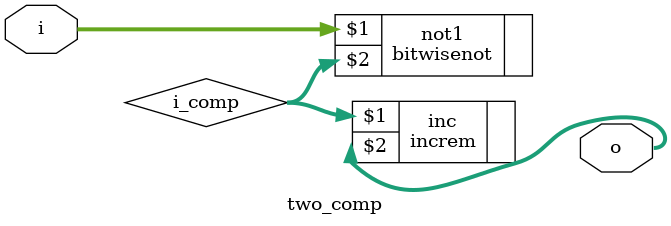
<source format=v>
`timescale 1ns/1ns
`include "8bit_not.v"  // we need this for 1s complement
`include "increment.v"  // for increment
module two_comp(
  input wire[7:0] i,
  output wire[7:0] o
);
  wire [7:0] i_comp;
  bitwisenot not1(i,i_comp);
  increm inc(i_comp,o);
  //2s complement=1scomplement+1

endmodule
</source>
